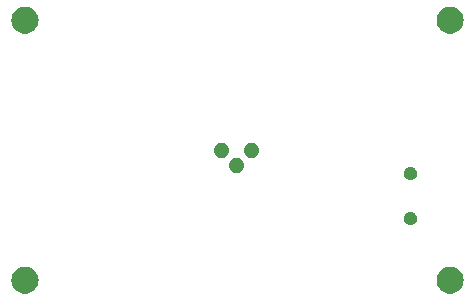
<source format=gbr>
%TF.GenerationSoftware,KiCad,Pcbnew,8.0.2*%
%TF.CreationDate,2025-01-07T16:45:11-05:00*%
%TF.ProjectId,Transimpedence,5472616e-7369-46d7-9065-64656e63652e,rev?*%
%TF.SameCoordinates,Original*%
%TF.FileFunction,Soldermask,Bot*%
%TF.FilePolarity,Negative*%
%FSLAX46Y46*%
G04 Gerber Fmt 4.6, Leading zero omitted, Abs format (unit mm)*
G04 Created by KiCad (PCBNEW 8.0.2) date 2025-01-07 16:45:11*
%MOMM*%
%LPD*%
G01*
G04 APERTURE LIST*
G04 APERTURE END LIST*
G36*
X24314931Y-44893131D02*
G01*
X24512956Y-44969846D01*
X24693512Y-45081642D01*
X24850451Y-45224711D01*
X24978430Y-45394182D01*
X25073089Y-45584283D01*
X25131205Y-45788541D01*
X25150800Y-46000000D01*
X25131205Y-46211459D01*
X25073089Y-46415717D01*
X24978430Y-46605818D01*
X24850451Y-46775289D01*
X24693512Y-46918358D01*
X24512956Y-47030154D01*
X24314931Y-47106869D01*
X24106182Y-47145891D01*
X23893818Y-47145891D01*
X23685069Y-47106869D01*
X23487044Y-47030154D01*
X23306488Y-46918358D01*
X23149549Y-46775289D01*
X23021570Y-46605818D01*
X22926911Y-46415717D01*
X22868795Y-46211459D01*
X22849200Y-46000000D01*
X22868795Y-45788541D01*
X22926911Y-45584283D01*
X23021570Y-45394182D01*
X23149549Y-45224711D01*
X23306488Y-45081642D01*
X23487044Y-44969846D01*
X23685069Y-44893131D01*
X23893818Y-44854109D01*
X24106182Y-44854109D01*
X24314931Y-44893131D01*
G37*
G36*
X60314931Y-44893131D02*
G01*
X60512956Y-44969846D01*
X60693512Y-45081642D01*
X60850451Y-45224711D01*
X60978430Y-45394182D01*
X61073089Y-45584283D01*
X61131205Y-45788541D01*
X61150800Y-46000000D01*
X61131205Y-46211459D01*
X61073089Y-46415717D01*
X60978430Y-46605818D01*
X60850451Y-46775289D01*
X60693512Y-46918358D01*
X60512956Y-47030154D01*
X60314931Y-47106869D01*
X60106182Y-47145891D01*
X59893818Y-47145891D01*
X59685069Y-47106869D01*
X59487044Y-47030154D01*
X59306488Y-46918358D01*
X59149549Y-46775289D01*
X59021570Y-46605818D01*
X58926911Y-46415717D01*
X58868795Y-46211459D01*
X58849200Y-46000000D01*
X58868795Y-45788541D01*
X58926911Y-45584283D01*
X59021570Y-45394182D01*
X59149549Y-45224711D01*
X59306488Y-45081642D01*
X59487044Y-44969846D01*
X59685069Y-44893131D01*
X59893818Y-44854109D01*
X60106182Y-44854109D01*
X60314931Y-44893131D01*
G37*
G36*
X56675854Y-40210657D02*
G01*
X56709551Y-40210657D01*
X56748186Y-40220179D01*
X56787146Y-40225309D01*
X56813815Y-40236356D01*
X56840731Y-40242990D01*
X56881537Y-40264407D01*
X56922400Y-40281333D01*
X56941043Y-40295638D01*
X56960360Y-40305777D01*
X56999860Y-40340771D01*
X57038545Y-40370455D01*
X57049537Y-40384780D01*
X57061486Y-40395366D01*
X57095744Y-40444997D01*
X57127667Y-40486600D01*
X57132479Y-40498217D01*
X57138236Y-40506558D01*
X57163208Y-40572404D01*
X57183691Y-40621854D01*
X57184610Y-40628836D01*
X57186143Y-40632878D01*
X57198014Y-40730651D01*
X57202800Y-40767000D01*
X57198014Y-40803351D01*
X57186143Y-40901121D01*
X57184610Y-40905161D01*
X57183691Y-40912146D01*
X57163203Y-40961606D01*
X57138236Y-41027441D01*
X57132480Y-41035779D01*
X57127667Y-41047400D01*
X57095737Y-41089011D01*
X57061486Y-41138633D01*
X57049540Y-41149216D01*
X57038545Y-41163545D01*
X56999852Y-41193235D01*
X56960360Y-41228222D01*
X56941047Y-41238358D01*
X56922400Y-41252667D01*
X56881528Y-41269596D01*
X56840731Y-41291009D01*
X56813820Y-41297642D01*
X56787146Y-41308691D01*
X56748184Y-41313820D01*
X56709551Y-41323343D01*
X56675854Y-41323343D01*
X56642000Y-41327800D01*
X56608146Y-41323343D01*
X56574449Y-41323343D01*
X56535815Y-41313820D01*
X56496854Y-41308691D01*
X56470180Y-41297642D01*
X56443268Y-41291009D01*
X56402466Y-41269594D01*
X56361600Y-41252667D01*
X56342954Y-41238359D01*
X56323639Y-41228222D01*
X56284140Y-41193229D01*
X56245455Y-41163545D01*
X56234462Y-41149218D01*
X56222513Y-41138633D01*
X56188252Y-41088998D01*
X56156333Y-41047400D01*
X56151521Y-41035783D01*
X56145763Y-41027441D01*
X56120784Y-40961577D01*
X56100309Y-40912146D01*
X56099390Y-40905165D01*
X56097856Y-40901121D01*
X56085972Y-40803253D01*
X56081200Y-40767000D01*
X56085972Y-40730749D01*
X56097856Y-40632878D01*
X56099390Y-40628832D01*
X56100309Y-40621854D01*
X56120779Y-40572433D01*
X56145763Y-40506558D01*
X56151522Y-40498214D01*
X56156333Y-40486600D01*
X56188245Y-40445010D01*
X56222513Y-40395366D01*
X56234464Y-40384778D01*
X56245455Y-40370455D01*
X56284132Y-40340776D01*
X56323639Y-40305777D01*
X56342958Y-40295637D01*
X56361600Y-40281333D01*
X56402457Y-40264409D01*
X56443268Y-40242990D01*
X56470185Y-40236355D01*
X56496854Y-40225309D01*
X56535812Y-40220179D01*
X56574449Y-40210657D01*
X56608146Y-40210657D01*
X56642000Y-40206200D01*
X56675854Y-40210657D01*
G37*
G36*
X56675854Y-36400657D02*
G01*
X56709551Y-36400657D01*
X56748186Y-36410179D01*
X56787146Y-36415309D01*
X56813815Y-36426356D01*
X56840731Y-36432990D01*
X56881537Y-36454407D01*
X56922400Y-36471333D01*
X56941043Y-36485638D01*
X56960360Y-36495777D01*
X56999860Y-36530771D01*
X57038545Y-36560455D01*
X57049537Y-36574780D01*
X57061486Y-36585366D01*
X57095744Y-36634997D01*
X57127667Y-36676600D01*
X57132479Y-36688217D01*
X57138236Y-36696558D01*
X57163208Y-36762404D01*
X57183691Y-36811854D01*
X57184610Y-36818836D01*
X57186143Y-36822878D01*
X57198014Y-36920651D01*
X57202800Y-36957000D01*
X57198014Y-36993351D01*
X57186143Y-37091121D01*
X57184610Y-37095161D01*
X57183691Y-37102146D01*
X57163203Y-37151606D01*
X57138236Y-37217441D01*
X57132480Y-37225779D01*
X57127667Y-37237400D01*
X57095737Y-37279011D01*
X57061486Y-37328633D01*
X57049540Y-37339216D01*
X57038545Y-37353545D01*
X56999852Y-37383235D01*
X56960360Y-37418222D01*
X56941047Y-37428358D01*
X56922400Y-37442667D01*
X56881528Y-37459596D01*
X56840731Y-37481009D01*
X56813820Y-37487642D01*
X56787146Y-37498691D01*
X56748184Y-37503820D01*
X56709551Y-37513343D01*
X56675854Y-37513343D01*
X56642000Y-37517800D01*
X56608146Y-37513343D01*
X56574449Y-37513343D01*
X56535815Y-37503820D01*
X56496854Y-37498691D01*
X56470180Y-37487642D01*
X56443268Y-37481009D01*
X56402466Y-37459594D01*
X56361600Y-37442667D01*
X56342954Y-37428359D01*
X56323639Y-37418222D01*
X56284140Y-37383229D01*
X56245455Y-37353545D01*
X56234462Y-37339218D01*
X56222513Y-37328633D01*
X56188252Y-37278998D01*
X56156333Y-37237400D01*
X56151521Y-37225783D01*
X56145763Y-37217441D01*
X56120784Y-37151577D01*
X56100309Y-37102146D01*
X56099390Y-37095165D01*
X56097856Y-37091121D01*
X56085972Y-36993253D01*
X56081200Y-36957000D01*
X56085972Y-36920749D01*
X56097856Y-36822878D01*
X56099390Y-36818832D01*
X56100309Y-36811854D01*
X56120779Y-36762433D01*
X56145763Y-36696558D01*
X56151522Y-36688214D01*
X56156333Y-36676600D01*
X56188245Y-36635010D01*
X56222513Y-36585366D01*
X56234464Y-36574778D01*
X56245455Y-36560455D01*
X56284132Y-36530776D01*
X56323639Y-36495777D01*
X56342958Y-36485637D01*
X56361600Y-36471333D01*
X56402457Y-36454409D01*
X56443268Y-36432990D01*
X56470185Y-36426355D01*
X56496854Y-36415309D01*
X56535812Y-36410179D01*
X56574449Y-36400657D01*
X56608146Y-36400657D01*
X56642000Y-36396200D01*
X56675854Y-36400657D01*
G37*
G36*
X42140777Y-35662691D02*
G01*
X42279697Y-35735602D01*
X42397131Y-35839640D01*
X42486255Y-35968758D01*
X42541889Y-36115453D01*
X42560800Y-36271200D01*
X42541889Y-36426947D01*
X42486255Y-36573642D01*
X42397131Y-36702760D01*
X42279697Y-36806798D01*
X42140777Y-36879709D01*
X41988445Y-36917255D01*
X41831555Y-36917255D01*
X41679223Y-36879709D01*
X41540303Y-36806798D01*
X41422869Y-36702760D01*
X41333745Y-36573642D01*
X41278111Y-36426947D01*
X41259200Y-36271200D01*
X41278111Y-36115453D01*
X41333745Y-35968758D01*
X41422869Y-35839640D01*
X41540303Y-35735602D01*
X41679223Y-35662691D01*
X41831555Y-35625145D01*
X41988445Y-35625145D01*
X42140777Y-35662691D01*
G37*
G36*
X40870777Y-34392691D02*
G01*
X41009697Y-34465602D01*
X41127131Y-34569640D01*
X41216255Y-34698758D01*
X41271889Y-34845453D01*
X41290800Y-35001200D01*
X41271889Y-35156947D01*
X41216255Y-35303642D01*
X41127131Y-35432760D01*
X41009697Y-35536798D01*
X40870777Y-35609709D01*
X40718445Y-35647255D01*
X40561555Y-35647255D01*
X40409223Y-35609709D01*
X40270303Y-35536798D01*
X40152869Y-35432760D01*
X40063745Y-35303642D01*
X40008111Y-35156947D01*
X39989200Y-35001200D01*
X40008111Y-34845453D01*
X40063745Y-34698758D01*
X40152869Y-34569640D01*
X40270303Y-34465602D01*
X40409223Y-34392691D01*
X40561555Y-34355145D01*
X40718445Y-34355145D01*
X40870777Y-34392691D01*
G37*
G36*
X43410777Y-34392691D02*
G01*
X43549697Y-34465602D01*
X43667131Y-34569640D01*
X43756255Y-34698758D01*
X43811889Y-34845453D01*
X43830800Y-35001200D01*
X43811889Y-35156947D01*
X43756255Y-35303642D01*
X43667131Y-35432760D01*
X43549697Y-35536798D01*
X43410777Y-35609709D01*
X43258445Y-35647255D01*
X43101555Y-35647255D01*
X42949223Y-35609709D01*
X42810303Y-35536798D01*
X42692869Y-35432760D01*
X42603745Y-35303642D01*
X42548111Y-35156947D01*
X42529200Y-35001200D01*
X42548111Y-34845453D01*
X42603745Y-34698758D01*
X42692869Y-34569640D01*
X42810303Y-34465602D01*
X42949223Y-34392691D01*
X43101555Y-34355145D01*
X43258445Y-34355145D01*
X43410777Y-34392691D01*
G37*
G36*
X24314931Y-22870731D02*
G01*
X24512956Y-22947446D01*
X24693512Y-23059242D01*
X24850451Y-23202311D01*
X24978430Y-23371782D01*
X25073089Y-23561883D01*
X25131205Y-23766141D01*
X25150800Y-23977600D01*
X25131205Y-24189059D01*
X25073089Y-24393317D01*
X24978430Y-24583418D01*
X24850451Y-24752889D01*
X24693512Y-24895958D01*
X24512956Y-25007754D01*
X24314931Y-25084469D01*
X24106182Y-25123491D01*
X23893818Y-25123491D01*
X23685069Y-25084469D01*
X23487044Y-25007754D01*
X23306488Y-24895958D01*
X23149549Y-24752889D01*
X23021570Y-24583418D01*
X22926911Y-24393317D01*
X22868795Y-24189059D01*
X22849200Y-23977600D01*
X22868795Y-23766141D01*
X22926911Y-23561883D01*
X23021570Y-23371782D01*
X23149549Y-23202311D01*
X23306488Y-23059242D01*
X23487044Y-22947446D01*
X23685069Y-22870731D01*
X23893818Y-22831709D01*
X24106182Y-22831709D01*
X24314931Y-22870731D01*
G37*
G36*
X60314931Y-22870731D02*
G01*
X60512956Y-22947446D01*
X60693512Y-23059242D01*
X60850451Y-23202311D01*
X60978430Y-23371782D01*
X61073089Y-23561883D01*
X61131205Y-23766141D01*
X61150800Y-23977600D01*
X61131205Y-24189059D01*
X61073089Y-24393317D01*
X60978430Y-24583418D01*
X60850451Y-24752889D01*
X60693512Y-24895958D01*
X60512956Y-25007754D01*
X60314931Y-25084469D01*
X60106182Y-25123491D01*
X59893818Y-25123491D01*
X59685069Y-25084469D01*
X59487044Y-25007754D01*
X59306488Y-24895958D01*
X59149549Y-24752889D01*
X59021570Y-24583418D01*
X58926911Y-24393317D01*
X58868795Y-24189059D01*
X58849200Y-23977600D01*
X58868795Y-23766141D01*
X58926911Y-23561883D01*
X59021570Y-23371782D01*
X59149549Y-23202311D01*
X59306488Y-23059242D01*
X59487044Y-22947446D01*
X59685069Y-22870731D01*
X59893818Y-22831709D01*
X60106182Y-22831709D01*
X60314931Y-22870731D01*
G37*
M02*

</source>
